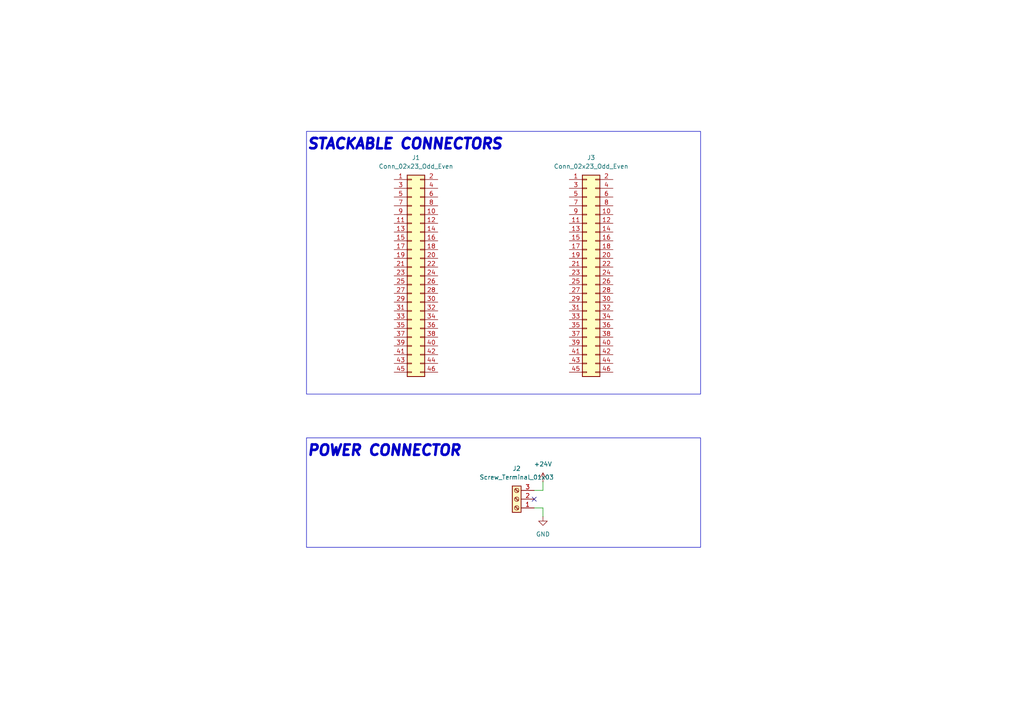
<source format=kicad_sch>
(kicad_sch (version 20250114) (generator "eeschema") (generator_version "9.0")
  (paper "A4")
  (title_block (title "PLC on STM - Power Shield") (date "2025-12-26") (company "Author: Grzegorz Potocki"))
  (lib_symbols
    (symbol "Connector:Screw_Terminal_01x03" (pin_names (offset 1.016) (hide yes))
      (property "Reference" "J" (at 0 5.08 0))
      (property "Value" "Screw_Terminal_01x03" (at 0 -5.08 0))
      (symbol "Screw_Terminal_01x03_1_1"
        (rectangle (start -1.27 3.81) (end 1.27 -3.81) (stroke (width 0.254)) (fill (type background)))
        (polyline (pts (xy -0.5334 2.8702) (xy 0.3302 2.032)) (stroke (width 0.1524)))
        (polyline (pts (xy -0.5334 0.3302) (xy 0.3302 -0.508)) (stroke (width 0.1524)))
        (polyline (pts (xy -0.5334 -2.2098) (xy 0.3302 -3.048)) (stroke (width 0.1524)))
        (polyline (pts (xy -0.3556 3.048) (xy 0.508 2.2098)) (stroke (width 0.1524)))
        (polyline (pts (xy -0.3556 0.508) (xy 0.508 -0.3302)) (stroke (width 0.1524)))
        (polyline (pts (xy -0.3556 -2.032) (xy 0.508 -2.8702)) (stroke (width 0.1524)))
        (circle (center 0 2.54) (radius 0.635) (stroke (width 0.1524)))
        (circle (center 0 0) (radius 0.635) (stroke (width 0.1524)))
        (circle (center 0 -2.54) (radius 0.635) (stroke (width 0.1524)))
        (pin passive line (at -5.08 2.54 0) (length 3.81) (name "Pin_1") (number "1"))
        (pin passive line (at -5.08 0 0) (length 3.81) (name "Pin_2") (number "2"))
        (pin passive line (at -5.08 -2.54 0) (length 3.81) (name "Pin_3") (number "3"))
      )
    )
    (symbol "Connector_Generic:Conn_02x23_Odd_Even" (pin_names (offset 1.016) (hide yes))
      (property "Reference" "J" (at 1.27 30.48 0))
      (property "Value" "Conn_02x23_Odd_Even" (at 1.27 -30.48 0))
      (symbol "Conn_02x23_Odd_Even_1_1"
        (rectangle (start -1.27 29.21) (end 3.81 -29.21) (stroke (width 0.254)) (fill (type background)))
        (rectangle (start -1.27 28.067) (end 0 27.813) (stroke (width 0.1524)))
        (rectangle (start -1.27 25.527) (end 0 25.273) (stroke (width 0.1524)))
        (rectangle (start -1.27 22.987) (end 0 22.733) (stroke (width 0.1524)))
        (rectangle (start -1.27 20.447) (end 0 20.193) (stroke (width 0.1524)))
        (rectangle (start -1.27 17.907) (end 0 17.653) (stroke (width 0.1524)))
        (rectangle (start -1.27 15.367) (end 0 15.113) (stroke (width 0.1524)))
        (rectangle (start -1.27 12.827) (end 0 12.573) (stroke (width 0.1524)))
        (rectangle (start -1.27 10.287) (end 0 10.033) (stroke (width 0.1524)))
        (rectangle (start -1.27 7.747) (end 0 7.493) (stroke (width 0.1524)))
        (rectangle (start -1.27 5.207) (end 0 4.953) (stroke (width 0.1524)))
        (rectangle (start -1.27 2.667) (end 0 2.413) (stroke (width 0.1524)))
        (rectangle (start -1.27 0.127) (end 0 -0.127) (stroke (width 0.1524)))
        (rectangle (start -1.27 -2.413) (end 0 -2.667) (stroke (width 0.1524)))
        (rectangle (start -1.27 -4.953) (end 0 -5.207) (stroke (width 0.1524)))
        (rectangle (start -1.27 -7.493) (end 0 -7.747) (stroke (width 0.1524)))
        (rectangle (start -1.27 -10.033) (end 0 -10.287) (stroke (width 0.1524)))
        (rectangle (start -1.27 -12.573) (end 0 -12.827) (stroke (width 0.1524)))
        (rectangle (start -1.27 -15.113) (end 0 -15.367) (stroke (width 0.1524)))
        (rectangle (start -1.27 -17.653) (end 0 -17.907) (stroke (width 0.1524)))
        (rectangle (start -1.27 -20.193) (end 0 -20.447) (stroke (width 0.1524)))
        (rectangle (start -1.27 -22.733) (end 0 -22.987) (stroke (width 0.1524)))
        (rectangle (start -1.27 -25.273) (end 0 -25.527) (stroke (width 0.1524)))
        (rectangle (start -1.27 -27.813) (end 0 -28.067) (stroke (width 0.1524)))
        (rectangle (start 3.81 28.067) (end 2.54 27.813) (stroke (width 0.1524)))
        (rectangle (start 3.81 25.527) (end 2.54 25.273) (stroke (width 0.1524)))
        (rectangle (start 3.81 22.987) (end 2.54 22.733) (stroke (width 0.1524)))
        (rectangle (start 3.81 20.447) (end 2.54 20.193) (stroke (width 0.1524)))
        (rectangle (start 3.81 17.907) (end 2.54 17.653) (stroke (width 0.1524)))
        (rectangle (start 3.81 15.367) (end 2.54 15.113) (stroke (width 0.1524)))
        (rectangle (start 3.81 12.827) (end 2.54 12.573) (stroke (width 0.1524)))
        (rectangle (start 3.81 10.287) (end 2.54 10.033) (stroke (width 0.1524)))
        (rectangle (start 3.81 7.747) (end 2.54 7.493) (stroke (width 0.1524)))
        (rectangle (start 3.81 5.207) (end 2.54 4.953) (stroke (width 0.1524)))
        (rectangle (start 3.81 2.667) (end 2.54 2.413) (stroke (width 0.1524)))
        (rectangle (start 3.81 0.127) (end 2.54 -0.127) (stroke (width 0.1524)))
        (rectangle (start 3.81 -2.413) (end 2.54 -2.667) (stroke (width 0.1524)))
        (rectangle (start 3.81 -4.953) (end 2.54 -5.207) (stroke (width 0.1524)))
        (rectangle (start 3.81 -7.493) (end 2.54 -7.747) (stroke (width 0.1524)))
        (rectangle (start 3.81 -10.033) (end 2.54 -10.287) (stroke (width 0.1524)))
        (rectangle (start 3.81 -12.573) (end 2.54 -12.827) (stroke (width 0.1524)))
        (rectangle (start 3.81 -15.113) (end 2.54 -15.367) (stroke (width 0.1524)))
        (rectangle (start 3.81 -17.653) (end 2.54 -17.907) (stroke (width 0.1524)))
        (rectangle (start 3.81 -20.193) (end 2.54 -20.447) (stroke (width 0.1524)))
        (rectangle (start 3.81 -22.733) (end 2.54 -22.987) (stroke (width 0.1524)))
        (rectangle (start 3.81 -25.273) (end 2.54 -25.527) (stroke (width 0.1524)))
        (rectangle (start 3.81 -27.813) (end 2.54 -28.067) (stroke (width 0.1524)))
        (pin passive line (at -5.08 27.94 0) (length 3.81) (name "Pin_1") (number "1"))
        (pin passive line (at -5.08 25.4 0) (length 3.81) (name "Pin_3") (number "3"))
        (pin passive line (at -5.08 22.86 0) (length 3.81) (name "Pin_5") (number "5"))
        (pin passive line (at -5.08 20.32 0) (length 3.81) (name "Pin_7") (number "7"))
        (pin passive line (at -5.08 17.78 0) (length 3.81) (name "Pin_9") (number "9"))
        (pin passive line (at -5.08 15.24 0) (length 3.81) (name "Pin_11") (number "11"))
        (pin passive line (at -5.08 12.7 0) (length 3.81) (name "Pin_13") (number "13"))
        (pin passive line (at -5.08 10.16 0) (length 3.81) (name "Pin_15") (number "15"))
        (pin passive line (at -5.08 7.62 0) (length 3.81) (name "Pin_17") (number "17"))
        (pin passive line (at -5.08 5.08 0) (length 3.81) (name "Pin_19") (number "19"))
        (pin passive line (at -5.08 2.54 0) (length 3.81) (name "Pin_21") (number "21"))
        (pin passive line (at -5.08 0 0) (length 3.81) (name "Pin_23") (number "23"))
        (pin passive line (at -5.08 -2.54 0) (length 3.81) (name "Pin_25") (number "25"))
        (pin passive line (at -5.08 -5.08 0) (length 3.81) (name "Pin_27") (number "27"))
        (pin passive line (at -5.08 -7.62 0) (length 3.81) (name "Pin_29") (number "29"))
        (pin passive line (at -5.08 -10.16 0) (length 3.81) (name "Pin_31") (number "31"))
        (pin passive line (at -5.08 -12.7 0) (length 3.81) (name "Pin_33") (number "33"))
        (pin passive line (at -5.08 -15.24 0) (length 3.81) (name "Pin_35") (number "35"))
        (pin passive line (at -5.08 -17.78 0) (length 3.81) (name "Pin_37") (number "37"))
        (pin passive line (at -5.08 -20.32 0) (length 3.81) (name "Pin_39") (number "39"))
        (pin passive line (at -5.08 -22.86 0) (length 3.81) (name "Pin_41") (number "41"))
        (pin passive line (at -5.08 -25.4 0) (length 3.81) (name "Pin_43") (number "43"))
        (pin passive line (at -5.08 -27.94 0) (length 3.81) (name "Pin_45") (number "45"))
        (pin passive line (at 7.62 27.94 180) (length 3.81) (name "Pin_2") (number "2"))
        (pin passive line (at 7.62 25.4 180) (length 3.81) (name "Pin_4") (number "4"))
        (pin passive line (at 7.62 22.86 180) (length 3.81) (name "Pin_6") (number "6"))
        (pin passive line (at 7.62 20.32 180) (length 3.81) (name "Pin_8") (number "8"))
        (pin passive line (at 7.62 17.78 180) (length 3.81) (name "Pin_10") (number "10"))
        (pin passive line (at 7.62 15.24 180) (length 3.81) (name "Pin_12") (number "12"))
        (pin passive line (at 7.62 12.7 180) (length 3.81) (name "Pin_14") (number "14"))
        (pin passive line (at 7.62 10.16 180) (length 3.81) (name "Pin_16") (number "16"))
        (pin passive line (at 7.62 7.62 180) (length 3.81) (name "Pin_18") (number "18"))
        (pin passive line (at 7.62 5.08 180) (length 3.81) (name "Pin_20") (number "20"))
        (pin passive line (at 7.62 2.54 180) (length 3.81) (name "Pin_22") (number "22"))
        (pin passive line (at 7.62 0 180) (length 3.81) (name "Pin_24") (number "24"))
        (pin passive line (at 7.62 -2.54 180) (length 3.81) (name "Pin_26") (number "26"))
        (pin passive line (at 7.62 -5.08 180) (length 3.81) (name "Pin_28") (number "28"))
        (pin passive line (at 7.62 -7.62 180) (length 3.81) (name "Pin_30") (number "30"))
        (pin passive line (at 7.62 -10.16 180) (length 3.81) (name "Pin_32") (number "32"))
        (pin passive line (at 7.62 -12.7 180) (length 3.81) (name "Pin_34") (number "34"))
        (pin passive line (at 7.62 -15.24 180) (length 3.81) (name "Pin_36") (number "36"))
        (pin passive line (at 7.62 -17.78 180) (length 3.81) (name "Pin_38") (number "38"))
        (pin passive line (at 7.62 -20.32 180) (length 3.81) (name "Pin_40") (number "40"))
        (pin passive line (at 7.62 -22.86 180) (length 3.81) (name "Pin_42") (number "42"))
        (pin passive line (at 7.62 -25.4 180) (length 3.81) (name "Pin_44") (number "44"))
        (pin passive line (at 7.62 -27.94 180) (length 3.81) (name "Pin_46") (number "46"))
      )
    )
    (symbol "power:+24V" (power) (pin_numbers (hide yes)) (pin_names (offset 0) (hide yes))
      (property "Value" "+24V" (at 0 3.556 0))
      (symbol "+24V_0_1"
        (polyline (pts (xy -0.762 1.27) (xy 0 2.54)))
        (polyline (pts (xy 0 2.54) (xy 0.762 1.27)))
        (polyline (pts (xy 0 0) (xy 0 2.54)))
      )
      (symbol "+24V_1_1"
        (pin power_in line (at 0 0 90) (length 0) (name "~") (number "1"))
      )
    )
    (symbol "power:GND" (power) (pin_numbers (hide yes)) (pin_names (offset 0) (hide yes))
      (property "Value" "GND" (at 0 -3.81 0))
      (symbol "GND_0_1"
        (polyline (pts (xy 0 0) (xy 0 -1.27) (xy 1.27 -1.27) (xy 0 -2.54) (xy -1.27 -1.27) (xy 0 -1.27)))
      )
      (symbol "GND_1_1"
        (pin power_in line (at 0 0 270) (length 0) (name "~") (number "1"))
      )
    )
  )
  (rectangle (start 88.9 127) (end 203.2 158.75))
  (rectangle (start 88.9 38.1) (end 203.2 114.3))
  (text "POWER CONNECTOR" (at 88.9 130.81 0) (effects (font (size 3 3) (thickness 2) (bold yes) (italic yes)) (justify left)))
  (text "STACKABLE CONNECTORS" (at 88.9 41.91 0) (effects (font (size 3 3) (thickness 2) (bold yes) (italic yes)) (justify left)))
  (no_connect (at 154.94 144.78))
  (wire (pts (xy 157.48 147.32) (xy 157.48 149.86)))
  (wire (pts (xy 154.94 147.32) (xy 157.48 147.32)))
  (wire (pts (xy 157.48 139.7) (xy 157.48 142.24)))
  (wire (pts (xy 154.94 142.24) (xy 157.48 142.24)))
  (symbol (lib_id "power:+24V") (at 157.48 139.7 0) (unit 1)
    (property "Reference" "#PWR011" (effects (hide yes)))
    (property "Value" "+24V" (at 157.48 134.62 0))
    (property "Description" "Power symbol creates a global label with name \"+24V\"" (effects (hide yes)))
  )
  (symbol (lib_id "Connector_Generic:Conn_02x23_Odd_Even") (at 170.18 80.01 0) (unit 1)
    (property "Reference" "J3" (at 171.45 45.72 0))
    (property "Value" "Conn_02x23_Odd_Even" (at 171.45 48.26 0))
    (property "Footprint" "PLC_STM_Power:PRT12790" (effects (hide yes)))
    (property "Description" "Generic connector, double row, 02x23, odd/even pin numbering scheme (row 1 odd numbers, row 2 even numbers), script generated (kicad-library-utils/schlib/autogen/connector/)" (effects (hide yes)))
    (property "Mouser Part Number" "474-PRT-12790" (effects (hide yes)))
    (property "Mouser Price/Stock" "https://www.mouser.pl/ProductDetail/SparkFun/PRT-12790?qs=WyAARYrbSnZh0%252BVGZi59Ng%3D%3D" (effects (hide yes)))
    (property "Alternative" "https://www.mouser.pl/ProductDetail/SchmartBoard/920-0135-01?qs=WBUF01kN13lvFiBwxduHPw%3D%3D" (effects (hide yes)))
    (property "Alternative2" "https://www.mouser.pl/ProductDetail/SchmartBoard/920-0103-01?qs=Jl8P5Tpu6m3biqphpyO5mQ%3D%3D" (effects (hide yes)))
  )
  (symbol (lib_id "Connector:Screw_Terminal_01x03") (at 149.86 144.78 180) (unit 1)
    (property "Reference" "J2" (at 149.86 135.89 0))
    (property "Value" "Screw_Terminal_01x03" (at 149.86 138.43 0))
    (property "Footprint" "PLC_STM_Power:TBC05031GG" (effects (hide yes)))
    (property "Description" "Generic screw terminal, single row, 01x03, script generated (kicad-library-utils/schlib/autogen/connector/)" (effects (hide yes)))
    (property "Mouser Part Number" "TBC05-03-1-G-G" (effects (hide yes)))
    (property "Mouser Price/Stock" "https://www.mouser.pl/ProductDetail/GCT/TBC05-03-1-G-G?qs=sGAEpiMZZMvPvGwLNS671%252B7aWYNAXBhX8MwbRir2ZMNiRgmezEZr7A%3D%3D" (effects (hide yes)))
  )
  (symbol (lib_id "power:GND") (at 157.48 149.86 0) (unit 1)
    (property "Reference" "#PWR012" (effects (hide yes)))
    (property "Value" "GND" (at 157.48 154.94 0))
    (property "Description" "Power symbol creates a global label with name \"GND\" , ground" (effects (hide yes)))
  )
  (symbol (lib_id "Connector_Generic:Conn_02x23_Odd_Even") (at 119.38 80.01 0) (unit 1)
    (property "Reference" "J1" (at 120.65 45.72 0))
    (property "Value" "Conn_02x23_Odd_Even" (at 120.65 48.26 0))
    (property "Footprint" "PLC_STM_Power:PRT12790" (effects (hide yes)))
    (property "Description" "Generic connector, double row, 02x23, odd/even pin numbering scheme (row 1 odd numbers, row 2 even numbers), script generated (kicad-library-utils/schlib/autogen/connector/)" (effects (hide yes)))
    (property "Mouser Part Number" "474-PRT-12790" (effects (hide yes)))
    (property "Mouser Price/Stock" "https://www.mouser.pl/ProductDetail/SparkFun/PRT-12790?qs=WyAARYrbSnZh0%252BVGZi59Ng%3D%3D" (effects (hide yes)))
    (property "Alternative" "https://www.mouser.pl/ProductDetail/SchmartBoard/920-0135-01?qs=WBUF01kN13lvFiBwxduHPw%3D%3D" (effects (hide yes)))
    (property "Alternative2" "https://www.mouser.pl/ProductDetail/SchmartBoard/920-0103-01?qs=Jl8P5Tpu6m3biqphpyO5mQ%3D%3D" (effects (hide yes)))
  )
)
</source>
